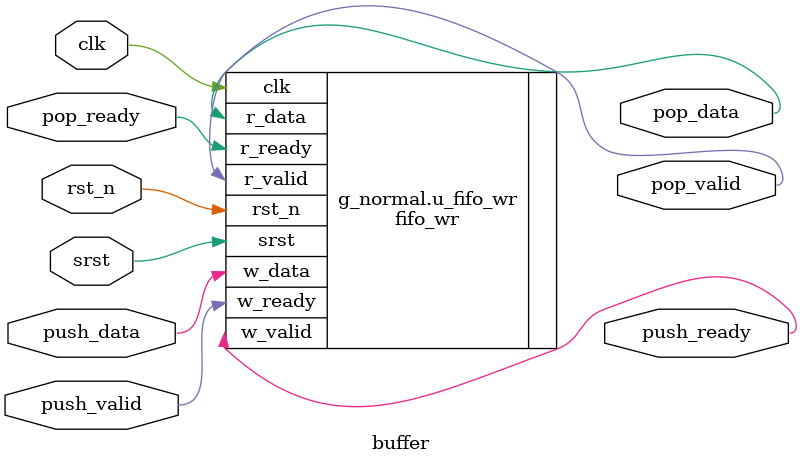
<source format=sv>
module buffer #(
    parameter  WIDTH = 1,
    parameter  DEPTH = 4,
    parameter  SKID  = 0    // SKID means push_ready = 1 right when pop_ready = 1
)(
    input  logic              clk,
    input  logic              rst_n,
    input  logic              srst,
    // Push port
    input  logic              push_valid,
    output logic              push_ready,
    input  logic [WIDTH-1:0]  push_data,
    // Pop port
    output logic              pop_valid,
    input  logic              pop_ready,
    output logic [WIDTH-1:0]  pop_data
);

    generate
        if (DEPTH == 1) begin : g_single
            fifo_wr_single #(
                .WIDTH    (WIDTH),
                .SKID     (SKID)
            ) u_fifo_wr_single(
                .clk      (clk),
                .rst_n    (rst_n),
                .srst     (srst),
                .w_valid  (push_ready),
                .w_ready  (push_valid),
                .w_data   (push_data),
                .r_valid  (pop_valid),
                .r_ready  (pop_ready),
                .r_data   (pop_data)
            );
        end
        else begin : g_normal
            fifo_wr #(
                .WIDTH    (WIDTH),
                .DEPTH    (DEPTH),
                .SKID     (SKID)
            ) u_fifo_wr(
                .clk      (clk),
                .rst_n    (rst_n),
                .srst     (srst),
                .w_valid  (push_ready),
                .w_ready  (push_valid),
                .w_data   (push_data),
                .r_valid  (pop_valid),
                .r_ready  (pop_ready),
                .r_data   (pop_data)
            );
        end
    endgenerate

endmodule

</source>
